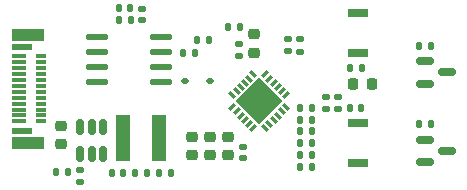
<source format=gbr>
%TF.GenerationSoftware,KiCad,Pcbnew,7.0.1-0*%
%TF.CreationDate,2023-12-26T15:33:35+01:00*%
%TF.ProjectId,luz,6c757a2e-6b69-4636-9164-5f7063625858,0.0.3a*%
%TF.SameCoordinates,Original*%
%TF.FileFunction,Paste,Top*%
%TF.FilePolarity,Positive*%
%FSLAX46Y46*%
G04 Gerber Fmt 4.6, Leading zero omitted, Abs format (unit mm)*
G04 Created by KiCad (PCBNEW 7.0.1-0) date 2023-12-26 15:33:35*
%MOMM*%
%LPD*%
G01*
G04 APERTURE LIST*
G04 Aperture macros list*
%AMRoundRect*
0 Rectangle with rounded corners*
0 $1 Rounding radius*
0 $2 $3 $4 $5 $6 $7 $8 $9 X,Y pos of 4 corners*
0 Add a 4 corners polygon primitive as box body*
4,1,4,$2,$3,$4,$5,$6,$7,$8,$9,$2,$3,0*
0 Add four circle primitives for the rounded corners*
1,1,$1+$1,$2,$3*
1,1,$1+$1,$4,$5*
1,1,$1+$1,$6,$7*
1,1,$1+$1,$8,$9*
0 Add four rect primitives between the rounded corners*
20,1,$1+$1,$2,$3,$4,$5,0*
20,1,$1+$1,$4,$5,$6,$7,0*
20,1,$1+$1,$6,$7,$8,$9,0*
20,1,$1+$1,$8,$9,$2,$3,0*%
%AMRotRect*
0 Rectangle, with rotation*
0 The origin of the aperture is its center*
0 $1 length*
0 $2 width*
0 $3 Rotation angle, in degrees counterclockwise*
0 Add horizontal line*
21,1,$1,$2,0,0,$3*%
G04 Aperture macros list end*
%ADD10RoundRect,0.135000X-0.135000X-0.185000X0.135000X-0.185000X0.135000X0.185000X-0.135000X0.185000X0*%
%ADD11RoundRect,0.135000X0.135000X0.185000X-0.135000X0.185000X-0.135000X-0.185000X0.135000X-0.185000X0*%
%ADD12RoundRect,0.225000X0.250000X-0.225000X0.250000X0.225000X-0.250000X0.225000X-0.250000X-0.225000X0*%
%ADD13O,1.888011X0.573990*%
%ADD14R,1.250013X0.300000*%
%ADD15R,0.850013X0.300000*%
%ADD16R,1.800000X0.500000*%
%ADD17R,2.800000X1.000000*%
%ADD18RoundRect,0.218750X0.256250X-0.218750X0.256250X0.218750X-0.256250X0.218750X-0.256250X-0.218750X0*%
%ADD19RoundRect,0.135000X-0.185000X0.135000X-0.185000X-0.135000X0.185000X-0.135000X0.185000X0.135000X0*%
%ADD20RoundRect,0.140000X-0.140000X-0.170000X0.140000X-0.170000X0.140000X0.170000X-0.140000X0.170000X0*%
%ADD21RoundRect,0.150000X-0.587500X-0.150000X0.587500X-0.150000X0.587500X0.150000X-0.587500X0.150000X0*%
%ADD22R,1.700000X0.800000*%
%ADD23RoundRect,0.218750X0.218750X0.256250X-0.218750X0.256250X-0.218750X-0.256250X0.218750X-0.256250X0*%
%ADD24RoundRect,0.140000X0.140000X0.170000X-0.140000X0.170000X-0.140000X-0.170000X0.140000X-0.170000X0*%
%ADD25RotRect,2.800000X2.800000X225.000000*%
%ADD26RotRect,0.280010X0.664999X225.000000*%
%ADD27RotRect,0.664999X0.280010X225.000000*%
%ADD28RoundRect,0.140000X-0.170000X0.140000X-0.170000X-0.140000X0.170000X-0.140000X0.170000X0.140000X0*%
%ADD29R,1.200000X4.000000*%
%ADD30RoundRect,0.112500X-0.187500X-0.112500X0.187500X-0.112500X0.187500X0.112500X-0.187500X0.112500X0*%
%ADD31RoundRect,0.135000X0.185000X-0.135000X0.185000X0.135000X-0.185000X0.135000X-0.185000X-0.135000X0*%
%ADD32RoundRect,0.150000X-0.150000X0.512500X-0.150000X-0.512500X0.150000X-0.512500X0.150000X0.512500X0*%
G04 APERTURE END LIST*
D10*
%TO.C,R14*%
X68310000Y-103350000D03*
X67290000Y-103350000D03*
%TD*%
D11*
%TO.C,R13*%
X68310000Y-110000000D03*
X67290000Y-110000000D03*
%TD*%
D12*
%TO.C,C9*%
X49620000Y-111045000D03*
X49620000Y-112595000D03*
%TD*%
D13*
%TO.C,U3*%
X45499009Y-106405004D03*
X45499009Y-105135001D03*
X45499009Y-103864999D03*
X45499009Y-102594996D03*
X40100991Y-102594996D03*
X40100991Y-103864999D03*
X40100991Y-105135001D03*
X40100991Y-106405004D03*
%TD*%
D11*
%TO.C,R9*%
X58250000Y-113600000D03*
X57230000Y-113600000D03*
%TD*%
D12*
%TO.C,C2*%
X37000000Y-110125000D03*
X37000000Y-111675000D03*
%TD*%
D14*
%TO.C,U1*%
X33419431Y-109749936D03*
X33419431Y-109250064D03*
X33419431Y-108749936D03*
X33419431Y-108250064D03*
X33419431Y-107749936D03*
X33419431Y-107250064D03*
X33419431Y-106749936D03*
X33419431Y-106250064D03*
X33419431Y-105749936D03*
X33419431Y-105250064D03*
X33419431Y-104749936D03*
X33419431Y-104250064D03*
D15*
X35329515Y-104250064D03*
X35329515Y-104749936D03*
X35329515Y-105250064D03*
X35329515Y-105749936D03*
X35329515Y-106250064D03*
X35329515Y-106749936D03*
X35329515Y-107250064D03*
X35329515Y-107749936D03*
X35329515Y-108250064D03*
X35329515Y-108749936D03*
X35329515Y-109250064D03*
X35329515Y-109749936D03*
D16*
X33694514Y-103425070D03*
D17*
X34194564Y-102410084D03*
X34194564Y-111589916D03*
D16*
X33694514Y-110574930D03*
%TD*%
D18*
%TO.C,D4*%
X53380000Y-103957500D03*
X53380000Y-102382500D03*
%TD*%
D19*
%TO.C,R1*%
X52080000Y-103220000D03*
X52080000Y-104240000D03*
%TD*%
D20*
%TO.C,C6*%
X58230000Y-111550000D03*
X57270000Y-111550000D03*
%TD*%
D11*
%TO.C,R7*%
X58260000Y-112570000D03*
X57240000Y-112570000D03*
%TD*%
D21*
%TO.C,Q4*%
X69675000Y-112250000D03*
X67800000Y-113200000D03*
X67800000Y-111300000D03*
%TD*%
%TO.C,Q1*%
X69737500Y-105600000D03*
X67862500Y-106550000D03*
X67862500Y-104650000D03*
%TD*%
D20*
%TO.C,C4*%
X58230000Y-110600000D03*
X57270000Y-110600000D03*
%TD*%
D22*
%TO.C,S1*%
X62164457Y-103980000D03*
X62164457Y-100580000D03*
%TD*%
D10*
%TO.C,R3*%
X48530000Y-102900000D03*
X49550000Y-102900000D03*
%TD*%
D11*
%TO.C,R15*%
X62519999Y-105270000D03*
X61499999Y-105270000D03*
%TD*%
D12*
%TO.C,C12*%
X48110000Y-111045000D03*
X48110000Y-112595000D03*
%TD*%
D10*
%TO.C,R12*%
X44310000Y-114100000D03*
X43290000Y-114100000D03*
%TD*%
%TO.C,R4*%
X47350000Y-103950000D03*
X48370000Y-103950000D03*
%TD*%
D11*
%TO.C,R2*%
X42960000Y-101150000D03*
X41940000Y-101150000D03*
%TD*%
D20*
%TO.C,C10*%
X41940000Y-100150000D03*
X42900000Y-100150000D03*
%TD*%
D10*
%TO.C,R5*%
X51130000Y-101790000D03*
X52150000Y-101790000D03*
%TD*%
D12*
%TO.C,C3*%
X51143310Y-111034999D03*
X51143310Y-112584999D03*
%TD*%
D23*
%TO.C,D1*%
X61762500Y-106560000D03*
X63337500Y-106560000D03*
%TD*%
D19*
%TO.C,R10*%
X38600000Y-113890000D03*
X38600000Y-114910000D03*
%TD*%
%TO.C,R8*%
X59420000Y-107660000D03*
X59420000Y-108680000D03*
%TD*%
%TO.C,R6*%
X60490000Y-107670000D03*
X60490000Y-108690000D03*
%TD*%
D24*
%TO.C,C1*%
X61480000Y-108640000D03*
X62440000Y-108640000D03*
%TD*%
D10*
%TO.C,R16*%
X37620000Y-114000000D03*
X36600000Y-114000000D03*
%TD*%
D25*
%TO.C,U2*%
X53800000Y-108050000D03*
D26*
X56076858Y-108559182D03*
X55723395Y-108912645D03*
X55369752Y-109266289D03*
X55016289Y-109619752D03*
X54662645Y-109973395D03*
X54309182Y-110326858D03*
D27*
X53290818Y-110326858D03*
X52937355Y-109973395D03*
X52583711Y-109619752D03*
X52230248Y-109266289D03*
X51876605Y-108912645D03*
X51523142Y-108559182D03*
D26*
X51523142Y-107540818D03*
X51876605Y-107187355D03*
X52230248Y-106833711D03*
X52583711Y-106480248D03*
X52937355Y-106126605D03*
X53290818Y-105773142D03*
D27*
X54309182Y-105773142D03*
X54662645Y-106126605D03*
X55016289Y-106480248D03*
X55369752Y-106833711D03*
X55723395Y-107187355D03*
X56076858Y-107540818D03*
%TD*%
D22*
%TO.C,S2*%
X62164457Y-113260000D03*
X62164457Y-109860000D03*
%TD*%
D28*
%TO.C,C11*%
X43900000Y-100220000D03*
X43900000Y-101180000D03*
%TD*%
D29*
%TO.C,L1*%
X42275895Y-111200000D03*
X45324105Y-111200000D03*
%TD*%
D30*
%TO.C,D3*%
X47550000Y-106300000D03*
X49650000Y-106300000D03*
%TD*%
D28*
%TO.C,C22*%
X52390000Y-112870000D03*
X52390000Y-111910000D03*
%TD*%
D31*
%TO.C,R22*%
X56200000Y-102790000D03*
X56200000Y-103810000D03*
%TD*%
D20*
%TO.C,C7*%
X58240000Y-108610000D03*
X57280000Y-108610000D03*
%TD*%
D32*
%TO.C,U4*%
X40550000Y-112500000D03*
X39600000Y-112500000D03*
X38650000Y-112500000D03*
X38650000Y-110225000D03*
X39600000Y-110225000D03*
X40550000Y-110225000D03*
%TD*%
D20*
%TO.C,C8*%
X41320000Y-114100000D03*
X42280000Y-114100000D03*
%TD*%
D10*
%TO.C,R11*%
X45290000Y-114100000D03*
X46310000Y-114100000D03*
%TD*%
D20*
%TO.C,C5*%
X58230000Y-109600000D03*
X57270000Y-109600000D03*
%TD*%
D31*
%TO.C,R21*%
X57270000Y-103840000D03*
X57270000Y-102820000D03*
%TD*%
M02*

</source>
